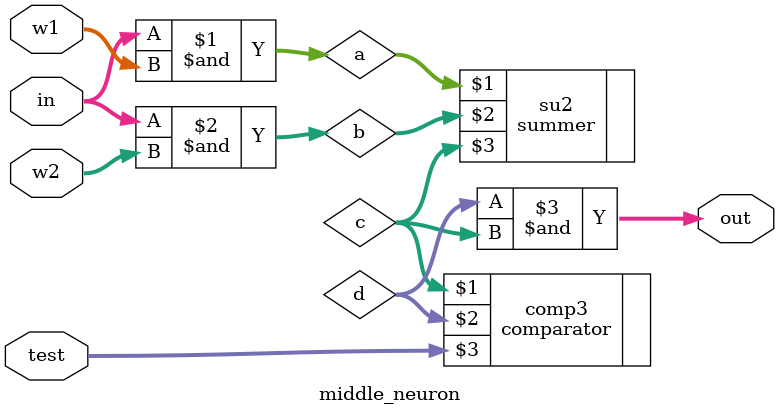
<source format=v>
`timescale 1ns / 1ps
module middle_neuron(in,out,w1,w2,test);
input [3:0]in,test,w1,w2;
output [3:0]out;

wire [3:0]a,b,c,d;

assign a= in & w1;
assign b= in & w2;

summer su2(a,b,c);
comparator comp3(c,d,test);

assign out= d & c;



    


endmodule

</source>
